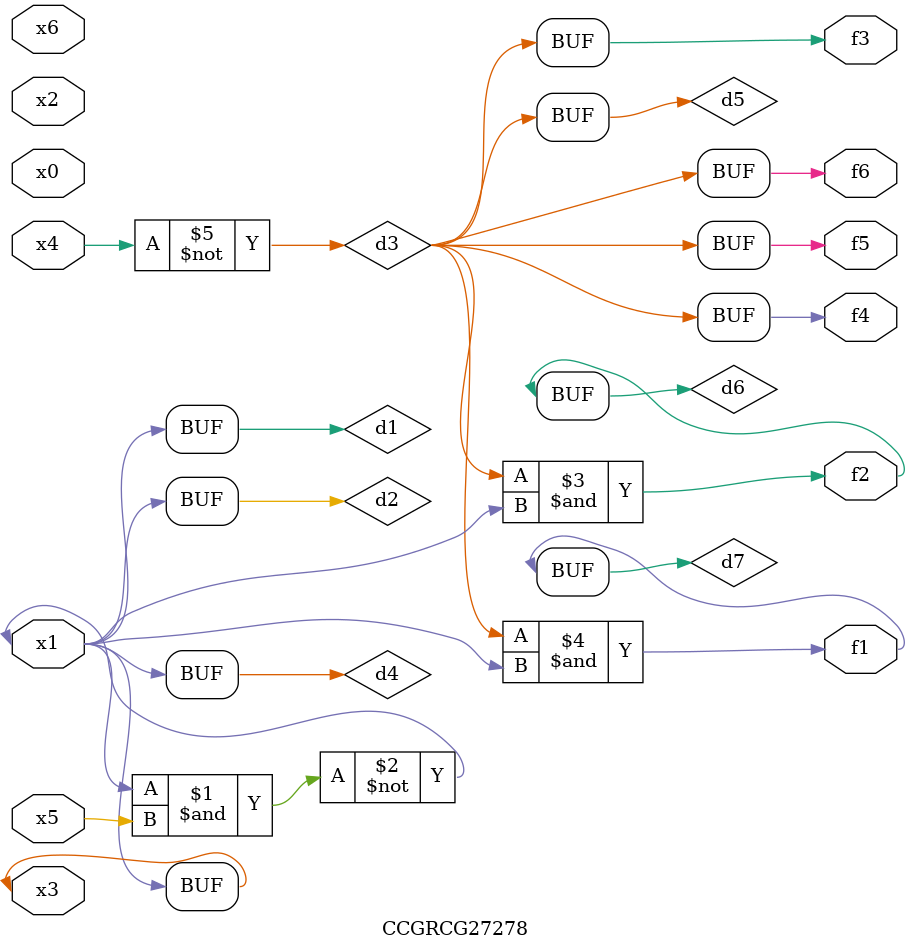
<source format=v>
module CCGRCG27278(
	input x0, x1, x2, x3, x4, x5, x6,
	output f1, f2, f3, f4, f5, f6
);

	wire d1, d2, d3, d4, d5, d6, d7;

	buf (d1, x1, x3);
	nand (d2, x1, x5);
	not (d3, x4);
	buf (d4, d1, d2);
	buf (d5, d3);
	and (d6, d3, d4);
	and (d7, d3, d4);
	assign f1 = d7;
	assign f2 = d6;
	assign f3 = d5;
	assign f4 = d5;
	assign f5 = d5;
	assign f6 = d5;
endmodule

</source>
